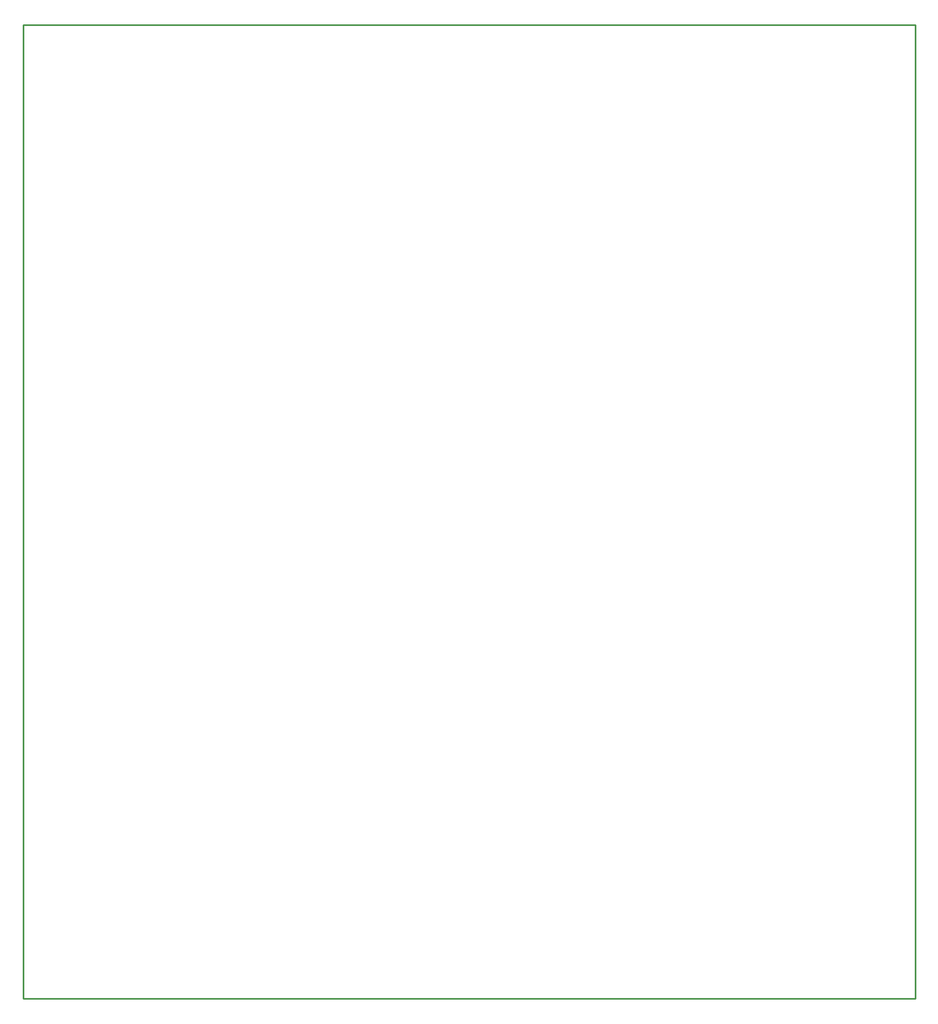
<source format=gbr>
G04 start of page 4 for group 2 idx 5 *
G04 Title: (unknown), outline *
G04 Creator: pcb 20140316 *
G04 CreationDate: Fri 21 Oct 2016 04:41:03 PM GMT UTC *
G04 For: atommann *
G04 Format: Gerber/RS-274X *
G04 PCB-Dimensions (mil): 8000.00 8000.00 *
G04 PCB-Coordinate-Origin: lower left *
%MOIN*%
%FSLAX25Y25*%
%LNOUTLINE*%
%ADD60C,0.0100*%
G54D60*X100000Y740000D02*X650000D01*
X100000Y140000D02*X650000D01*
Y740000D02*Y140000D01*
X100000Y740000D02*Y140000D01*
M02*

</source>
